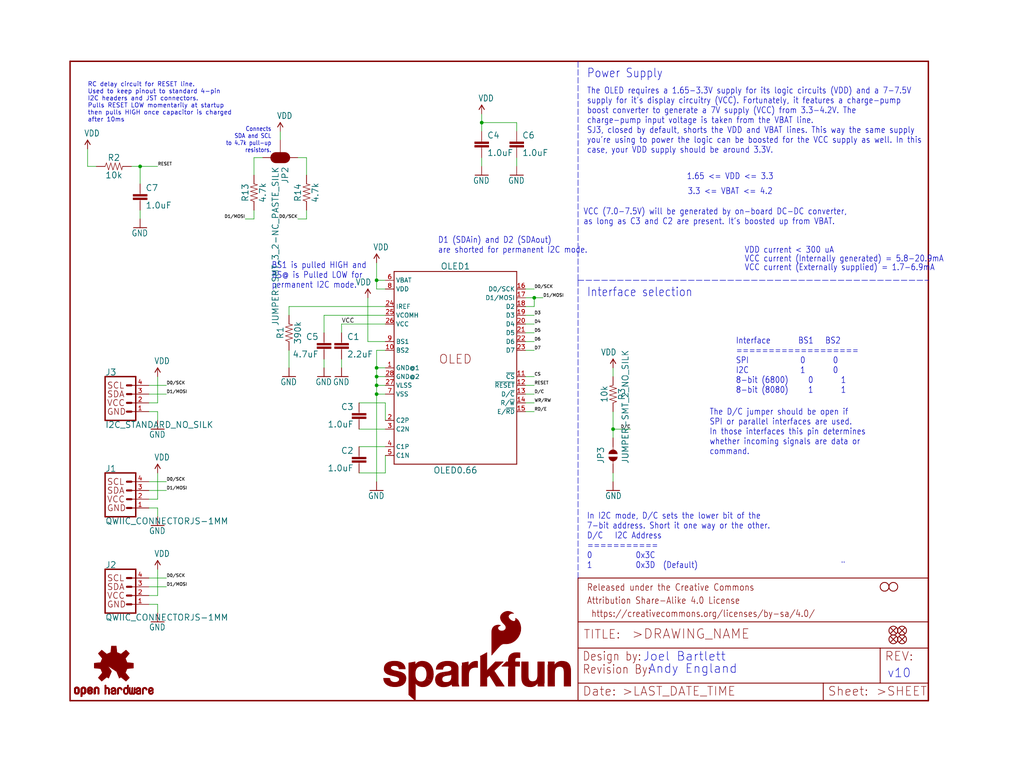
<source format=kicad_sch>
(kicad_sch (version 20211123) (generator eeschema)
  (paper "User" 297.002 223.926)
  (lib_symbols
    (symbol "eagleSchem-eagle-import:1.0UF-0603-16V-10%"
      (property "Reference" "C" (at 1.524 2.921 0))
      (property "Value" "1.0UF-0603-16V-10%" (at 1.524 -2.159 0))
      (symbol "1.0UF-0603-16V-10%_1_0"
        (pin passive line (at 0 5.08 270) (length 2.54) (name "1") (number "1"))
        (pin passive line (at 0 -2.54 90) (length 2.54) (name "2") (number "2"))
      )
    )
    (symbol "eagleSchem-eagle-import:1.0UF-0805-25V-10%"
      (property "Reference" "C" (at 1.524 2.921 0))
      (property "Value" "1.0UF-0805-25V-10%" (at 1.524 -2.159 0))
      (symbol "1.0UF-0805-25V-10%_1_0"
        (pin passive line (at 0 5.08 270) (length 2.54) (name "1") (number "1"))
        (pin passive line (at 0 -2.54 90) (length 2.54) (name "2") (number "2"))
      )
    )
    (symbol "eagleSchem-eagle-import:10KOHM-0603-1{slash}10W-1%"
      (property "Reference" "R" (at 0 1.524 0))
      (property "Value" "10KOHM-0603-1{slash}10W-1%" (at 0 -1.524 0))
      (symbol "10KOHM-0603-1{slash}10W-1%_1_0"
        (pin passive line (at -5.08 0 0) (length 2.54) (name "1") (number "1"))
        (pin passive line (at 5.08 0 180) (length 2.54) (name "2") (number "2"))
      )
    )
    (symbol "eagleSchem-eagle-import:2.2UF-0805-25V-(+80{slash}-20%)"
      (property "Reference" "C" (at 1.524 2.921 0))
      (property "Value" "2.2UF-0805-25V-(+80{slash}-20%)" (at 1.524 -2.159 0))
      (symbol "2.2UF-0805-25V-(+80{slash}-20%)_1_0"
        (pin passive line (at 0 5.08 270) (length 2.54) (name "1") (number "1"))
        (pin passive line (at 0 -2.54 90) (length 2.54) (name "2") (number "2"))
      )
    )
    (symbol "eagleSchem-eagle-import:390KOHM-0603-1{slash}10W-1%"
      (property "Reference" "R" (at 0 1.524 0))
      (property "Value" "390KOHM-0603-1{slash}10W-1%" (at 0 -1.524 0))
      (symbol "390KOHM-0603-1{slash}10W-1%_1_0"
        (pin passive line (at -5.08 0 0) (length 2.54) (name "1") (number "1"))
        (pin passive line (at 5.08 0 180) (length 2.54) (name "2") (number "2"))
      )
    )
    (symbol "eagleSchem-eagle-import:4.7KOHM-0603-1{slash}10W-1%"
      (property "Reference" "R" (at 0 1.524 0))
      (property "Value" "4.7KOHM-0603-1{slash}10W-1%" (at 0 -1.524 0))
      (symbol "4.7KOHM-0603-1{slash}10W-1%_1_0"
        (pin passive line (at -5.08 0 0) (length 2.54) (name "1") (number "1"))
        (pin passive line (at 5.08 0 180) (length 2.54) (name "2") (number "2"))
      )
    )
    (symbol "eagleSchem-eagle-import:4.7UF-1206-16V-(+80{slash}-20%)"
      (property "Reference" "C" (at 1.524 2.921 0))
      (property "Value" "4.7UF-1206-16V-(+80{slash}-20%)" (at 1.524 -2.159 0))
      (symbol "4.7UF-1206-16V-(+80{slash}-20%)_1_0"
        (pin passive line (at 0 5.08 270) (length 2.54) (name "1") (number "1"))
        (pin passive line (at 0 -2.54 90) (length 2.54) (name "2") (number "2"))
      )
    )
    (symbol "eagleSchem-eagle-import:FIDUCIAL1X2")
    (symbol "eagleSchem-eagle-import:FRAME-LETTER"
      (symbol "FRAME-LETTER_2_0"
        (text " https://creativecommons.org/licenses/by-sa/4.0/" (at 2.54 24.13 0) (effects (font (size 1.9304 1.6408)) (justify left bottom)))
        (text ">DRAWING_NAME" (at 15.494 17.78 0) (effects (font (size 2.7432 2.7432)) (justify left bottom)))
        (text ">LAST_DATE_TIME" (at 12.7 1.27 0) (effects (font (size 2.54 2.54)) (justify left bottom)))
        (text ">SHEET" (at 86.36 1.27 0) (effects (font (size 2.54 2.54)) (justify left bottom)))
        (text "Attribution Share-Alike 4.0 License" (at 2.54 27.94 0) (effects (font (size 1.9304 1.6408)) (justify left bottom)))
        (text "Date:" (at 1.27 1.27 0) (effects (font (size 2.54 2.54)) (justify left bottom)))
        (text "Design by:" (at 1.27 11.43 0) (effects (font (size 2.54 2.159)) (justify left bottom)))
        (text "Released under the Creative Commons" (at 2.54 31.75 0) (effects (font (size 1.9304 1.6408)) (justify left bottom)))
        (text "REV:" (at 88.9 11.43 0) (effects (font (size 2.54 2.54)) (justify left bottom)))
        (text "Sheet:" (at 72.39 1.27 0) (effects (font (size 2.54 2.54)) (justify left bottom)))
        (text "TITLE:" (at 1.524 17.78 0) (effects (font (size 2.54 2.54)) (justify left bottom)))
      )
    )
    (symbol "eagleSchem-eagle-import:GND" (power)
      (property "Value" "GND" (at -2.54 -2.54 0))
      (symbol "GND_1_0"
        (pin power_in line (at 0 2.54 270) (length 2.54) (name "GND") (number "1"))
      )
    )
    (symbol "eagleSchem-eagle-import:I2C_STANDARD_NO_SILK"
      (property "Reference" "J" (at -5.08 7.874 0))
      (property "Value" "I2C_STANDARD_NO_SILK" (at -5.08 -5.334 0))
      (symbol "I2C_STANDARD_NO_SILK_1_0"
        (text "GND" (at -4.572 -2.54 0) (effects (font (size 1.778 1.778)) (justify left)))
        (text "SCL" (at -4.572 5.08 0) (effects (font (size 1.778 1.778)) (justify left)))
        (text "SDA" (at -4.572 2.54 0) (effects (font (size 1.778 1.778)) (justify left)))
        (text "VCC" (at -4.572 0 0) (effects (font (size 1.778 1.778)) (justify left)))
        (pin power_in line (at 7.62 -2.54 180) (length 5.08) (name "GND") (number "1"))
        (pin power_in line (at 7.62 0 180) (length 5.08) (name "VCC") (number "2"))
        (pin passive line (at 7.62 2.54 180) (length 5.08) (name "SDA") (number "3"))
        (pin passive line (at 7.62 5.08 180) (length 5.08) (name "SCL") (number "4"))
      )
    )
    (symbol "eagleSchem-eagle-import:JUMPER-SMT_2_NO_SILK"
      (property "Reference" "JP" (at -2.54 2.54 0))
      (property "Value" "JUMPER-SMT_2_NO_SILK" (at -2.54 -2.54 0))
      (symbol "JUMPER-SMT_2_NO_SILK_1_0"
        (pin passive line (at -5.08 0 0) (length 2.54) (name "1") (number "1"))
        (pin passive line (at 5.08 0 180) (length 2.54) (name "2") (number "2"))
      )
    )
    (symbol "eagleSchem-eagle-import:JUMPER-SMT_3_2-NC_PASTE_SILK"
      (property "Reference" "JP" (at 2.54 0.381 0))
      (property "Value" "JUMPER-SMT_3_2-NC_PASTE_SILK" (at 2.54 -0.381 0))
      (symbol "JUMPER-SMT_3_2-NC_PASTE_SILK_1_0"
        (pin passive line (at 0 5.08 270) (length 2.54) (name "1") (number "1"))
        (pin passive line (at -5.08 0 0) (length 2.54) (name "2") (number "2"))
        (pin passive line (at 0 -5.08 90) (length 2.54) (name "3") (number "3"))
      )
    )
    (symbol "eagleSchem-eagle-import:OLED0.66"
      (property "Reference" "OLED" (at 0 25.908 0))
      (property "Value" "OLED0.66" (at 0 -31.242 0))
      (symbol "OLED0.66_1_0"
        (text "OLED" (at 0 0 0) (effects (font (size 2.54 2.54))))
        (pin bidirectional line (at -20.32 -2.54 0) (length 2.54) (name "GND@1") (number "1"))
        (pin bidirectional line (at -20.32 2.54 0) (length 2.54) (name "BS2") (number "10"))
        (pin bidirectional line (at 20.32 -5.08 180) (length 2.54) (name "~{CS}") (number "11"))
        (pin bidirectional line (at 20.32 -7.62 180) (length 2.54) (name "~{RESET}") (number "12"))
        (pin bidirectional line (at 20.32 -10.16 180) (length 2.54) (name "D/~{C}") (number "13"))
        (pin bidirectional line (at 20.32 -12.7 180) (length 2.54) (name "R/~{W}") (number "14"))
        (pin bidirectional line (at 20.32 -15.24 180) (length 2.54) (name "E/~{RD}") (number "15"))
        (pin bidirectional line (at 20.32 20.32 180) (length 2.54) (name "D0/SCK") (number "16"))
        (pin bidirectional line (at 20.32 17.78 180) (length 2.54) (name "D1/MOSI") (number "17"))
        (pin bidirectional line (at 20.32 15.24 180) (length 2.54) (name "D2") (number "18"))
        (pin bidirectional line (at 20.32 12.7 180) (length 2.54) (name "D3") (number "19"))
        (pin bidirectional line (at -20.32 -17.78 0) (length 2.54) (name "C2P") (number "2"))
        (pin bidirectional line (at 20.32 10.16 180) (length 2.54) (name "D4") (number "20"))
        (pin bidirectional line (at 20.32 7.62 180) (length 2.54) (name "D5") (number "21"))
        (pin bidirectional line (at 20.32 5.08 180) (length 2.54) (name "D6") (number "22"))
        (pin bidirectional line (at 20.32 2.54 180) (length 2.54) (name "D7") (number "23"))
        (pin bidirectional line (at -20.32 15.24 0) (length 2.54) (name "IREF") (number "24"))
        (pin bidirectional line (at -20.32 12.7 0) (length 2.54) (name "VCOMH") (number "25"))
        (pin bidirectional line (at -20.32 10.16 0) (length 2.54) (name "VCC") (number "26"))
        (pin bidirectional line (at -20.32 -7.62 0) (length 2.54) (name "VLSS") (number "27"))
        (pin bidirectional line (at -20.32 -5.08 0) (length 2.54) (name "GND@2") (number "28"))
        (pin bidirectional line (at -20.32 -20.32 0) (length 2.54) (name "C2N") (number "3"))
        (pin bidirectional line (at -20.32 -25.4 0) (length 2.54) (name "C1P") (number "4"))
        (pin bidirectional line (at -20.32 -27.94 0) (length 2.54) (name "C1N") (number "5"))
        (pin bidirectional line (at -20.32 22.86 0) (length 2.54) (name "VBAT") (number "6"))
        (pin bidirectional line (at -20.32 -10.16 0) (length 2.54) (name "VSS") (number "7"))
        (pin bidirectional line (at -20.32 20.32 0) (length 2.54) (name "VDD") (number "8"))
        (pin bidirectional line (at -20.32 5.08 0) (length 2.54) (name "BS1") (number "9"))
      )
    )
    (symbol "eagleSchem-eagle-import:OSHW-LOGOS")
    (symbol "eagleSchem-eagle-import:QWIIC_CONNECTORJS-1MM"
      (property "Reference" "J" (at -5.08 7.874 0))
      (property "Value" "QWIIC_CONNECTORJS-1MM" (at -5.08 -5.334 0))
      (symbol "QWIIC_CONNECTORJS-1MM_1_0"
        (text "GND" (at -4.572 -2.54 0) (effects (font (size 1.778 1.778)) (justify left)))
        (text "SCL" (at -4.572 5.08 0) (effects (font (size 1.778 1.778)) (justify left)))
        (text "SDA" (at -4.572 2.54 0) (effects (font (size 1.778 1.778)) (justify left)))
        (text "VCC" (at -4.572 0 0) (effects (font (size 1.778 1.778)) (justify left)))
        (pin power_in line (at 7.62 -2.54 180) (length 5.08) (name "1") (number "1"))
        (pin power_in line (at 7.62 0 180) (length 5.08) (name "2") (number "2"))
        (pin passive line (at 7.62 2.54 180) (length 5.08) (name "3") (number "3"))
        (pin passive line (at 7.62 5.08 180) (length 5.08) (name "4") (number "4"))
      )
    )
    (symbol "eagleSchem-eagle-import:REVISION"
      (symbol "REVISION_1_0"
        (text "Revision By: " (at 0 0 0) (effects (font (size 2.54 2.159)) (justify left bottom)))
      )
    )
    (symbol "eagleSchem-eagle-import:SFE_LOGO_FLAME.1_INCH")
    (symbol "eagleSchem-eagle-import:SFE_LOGO_NAME.1_INCH")
    (symbol "eagleSchem-eagle-import:STAND-OFF")
    (symbol "eagleSchem-eagle-import:VDD" (power)
      (property "Value" "VDD" (at -1.016 3.556 0))
      (symbol "VDD_1_0"
        (pin power_in line (at 0 0 90) (length 2.54) (name "VDD") (number "1"))
      )
    )
  )
  (junction (at 109.22 114.3))
  (junction (at 109.22 106.68))
  (junction (at 109.22 81.28))
  (junction (at 154.94 86.36))
  (junction (at 139.7 35.56))
  (junction (at 177.8 124.46))
  (junction (at 109.22 109.22))
  (junction (at 40.64 48.26))
  (junction (at 109.22 111.76))
  (wire (pts (xy 43.18 172.72) (xy 45.72 172.72)))
  (wire (pts (xy 152.4 111.76) (xy 154.94 111.76)))
  (wire (pts (xy 43.18 144.78) (xy 45.72 144.78)))
  (wire (pts (xy 109.22 109.22) (xy 109.22 111.76)))
  (wire (pts (xy 111.76 109.22) (xy 109.22 109.22)))
  (wire (pts (xy 43.18 111.76) (xy 48.26 111.76)))
  (wire (pts (xy 88.9 60.96) (xy 88.9 63.5)))
  (wire (pts (xy 149.86 35.56) (xy 139.7 35.56)))
  (wire (pts (xy 139.7 48.26) (xy 139.7 45.72)))
  (wire (pts (xy 152.4 96.52) (xy 154.94 96.52)))
  (wire (pts (xy 109.22 106.68) (xy 109.22 101.6)))
  (wire (pts (xy 109.22 111.76) (xy 109.22 114.3)))
  (wire (pts (xy 40.64 48.26) (xy 40.64 53.34)))
  (wire (pts (xy 152.4 86.36) (xy 154.94 86.36)))
  (wire (pts (xy 152.4 114.3) (xy 154.94 114.3)))
  (wire (pts (xy 45.72 119.38) (xy 45.72 121.92)))
  (wire (pts (xy 109.22 106.68) (xy 109.22 109.22)))
  (wire (pts (xy 99.06 106.68) (xy 99.06 104.14)))
  (wire (pts (xy 83.82 106.68) (xy 83.82 101.6)))
  (wire (pts (xy 45.72 116.84) (xy 45.72 109.22)))
  (wire (pts (xy 111.76 81.28) (xy 109.22 81.28)))
  (wire (pts (xy 40.64 63.5) (xy 40.64 60.96)))
  (wire (pts (xy 88.9 45.72) (xy 86.36 45.72)))
  (wire (pts (xy 109.22 101.6) (xy 111.76 101.6)))
  (wire (pts (xy 43.18 175.26) (xy 45.72 175.26)))
  (wire (pts (xy 177.8 106.68) (xy 177.8 109.22)))
  (wire (pts (xy 152.4 88.9) (xy 154.94 88.9)))
  (wire (pts (xy 111.76 124.46) (xy 104.14 124.46)))
  (wire (pts (xy 45.72 144.78) (xy 45.72 137.16)))
  (wire (pts (xy 152.4 109.22) (xy 154.94 109.22)))
  (wire (pts (xy 25.4 48.26) (xy 27.94 48.26)))
  (wire (pts (xy 152.4 99.06) (xy 154.94 99.06)))
  (wire (pts (xy 109.22 114.3) (xy 109.22 139.7)))
  (wire (pts (xy 109.22 81.28) (xy 109.22 83.82)))
  (wire (pts (xy 43.18 170.18) (xy 48.26 170.18)))
  (wire (pts (xy 88.9 63.5) (xy 86.36 63.5)))
  (wire (pts (xy 111.76 106.68) (xy 109.22 106.68)))
  (wire (pts (xy 38.1 48.26) (xy 40.64 48.26)))
  (wire (pts (xy 81.28 38.1) (xy 81.28 40.64)))
  (wire (pts (xy 139.7 33.02) (xy 139.7 35.56)))
  (wire (pts (xy 83.82 88.9) (xy 83.82 91.44)))
  (wire (pts (xy 177.8 119.38) (xy 177.8 124.46)))
  (wire (pts (xy 45.72 147.32) (xy 45.72 149.86)))
  (wire (pts (xy 43.18 147.32) (xy 45.72 147.32)))
  (wire (pts (xy 177.8 139.7) (xy 177.8 137.16)))
  (wire (pts (xy 154.94 101.6) (xy 152.4 101.6)))
  (wire (pts (xy 149.86 48.26) (xy 149.86 45.72)))
  (wire (pts (xy 109.22 81.28) (xy 109.22 76.2)))
  (wire (pts (xy 152.4 93.98) (xy 154.94 93.98)))
  (wire (pts (xy 45.72 175.26) (xy 45.72 177.8)))
  (wire (pts (xy 25.4 43.18) (xy 25.4 48.26)))
  (wire (pts (xy 111.76 99.06) (xy 106.68 99.06)))
  (wire (pts (xy 177.8 124.46) (xy 177.8 127)))
  (wire (pts (xy 104.14 137.16) (xy 111.76 137.16)))
  (polyline (pts (xy 167.64 167.64) (xy 167.64 81.28)))
  (wire (pts (xy 93.98 106.68) (xy 93.98 104.14)))
  (wire (pts (xy 71.12 63.5) (xy 73.66 63.5)))
  (wire (pts (xy 139.7 35.56) (xy 139.7 38.1)))
  (wire (pts (xy 104.14 116.84) (xy 111.76 116.84)))
  (wire (pts (xy 111.76 114.3) (xy 109.22 114.3)))
  (wire (pts (xy 111.76 91.44) (xy 93.98 91.44)))
  (wire (pts (xy 43.18 167.64) (xy 48.26 167.64)))
  (wire (pts (xy 154.94 86.36) (xy 157.48 86.36)))
  (wire (pts (xy 43.18 139.7) (xy 48.26 139.7)))
  (wire (pts (xy 152.4 83.82) (xy 154.94 83.82)))
  (polyline (pts (xy 167.64 81.28) (xy 167.64 17.78)))
  (wire (pts (xy 154.94 88.9) (xy 154.94 86.36)))
  (wire (pts (xy 73.66 50.8) (xy 73.66 45.72)))
  (wire (pts (xy 111.76 111.76) (xy 109.22 111.76)))
  (wire (pts (xy 152.4 119.38) (xy 154.94 119.38)))
  (wire (pts (xy 111.76 137.16) (xy 111.76 132.08)))
  (wire (pts (xy 149.86 38.1) (xy 149.86 35.56)))
  (wire (pts (xy 43.18 114.3) (xy 48.26 114.3)))
  (wire (pts (xy 109.22 83.82) (xy 111.76 83.82)))
  (wire (pts (xy 73.66 60.96) (xy 73.66 63.5)))
  (wire (pts (xy 93.98 91.44) (xy 93.98 96.52)))
  (wire (pts (xy 152.4 116.84) (xy 154.94 116.84)))
  (wire (pts (xy 99.06 93.98) (xy 99.06 96.52)))
  (wire (pts (xy 111.76 129.54) (xy 104.14 129.54)))
  (wire (pts (xy 45.72 172.72) (xy 45.72 165.1)))
  (wire (pts (xy 182.88 124.46) (xy 177.8 124.46)))
  (wire (pts (xy 73.66 45.72) (xy 76.2 45.72)))
  (polyline (pts (xy 167.64 81.28) (xy 269.24 81.28)))
  (wire (pts (xy 106.68 86.36) (xy 106.68 99.06)))
  (wire (pts (xy 40.64 48.26) (xy 45.72 48.26)))
  (wire (pts (xy 43.18 142.24) (xy 48.26 142.24)))
  (wire (pts (xy 43.18 119.38) (xy 45.72 119.38)))
  (wire (pts (xy 43.18 116.84) (xy 45.72 116.84)))
  (wire (pts (xy 111.76 93.98) (xy 99.06 93.98)))
  (wire (pts (xy 111.76 88.9) (xy 83.82 88.9)))
  (wire (pts (xy 111.76 116.84) (xy 111.76 121.92)))
  (wire (pts (xy 88.9 50.8) (xy 88.9 45.72)))
  (wire (pts (xy 152.4 91.44) (xy 154.94 91.44)))
  (text "Joel Bartlett" (at 186.436 192.024 180) (effects (font (size 2.54 2.54)) (justify left bottom)))
  (text "Connects\nSDA and SCL\nto 4.7k pull-up\nresistors." (at 78.74 40.64 180) (effects (font (size 1.27 1.0795)) (justify right)))
  (text "The D/C jumper should be open if\nSPI or parallel interfaces are used.\nIn those interfaces this pin determines\nwhether incoming signals are data or\ncommand." (at 205.74 132.08 0) (effects (font (size 1.778 1.5113)) (justify left bottom)))
  (text "D1 (SDAin) and D2 (SDAout)\nare shorted for permanent I2C mode." (at 127 73.66 0) (effects (font (size 1.778 1.5113)) (justify left bottom)))
  (text "Interface selection" (at 170.18 86.36 180) (effects (font (size 2.54 2.159)) (justify left bottom)))
  (text "VCC current (Internally generated) = 5.8-20.9mA" (at 215.9 76.2 180) (effects (font (size 1.778 1.5113)) (justify left bottom)))
  (text "\"" (at 243.84 165.1 180) (effects (font (size 1.778 1.5113)) (justify left bottom)))
  (text "RC delay circuit for RESET line.\nUsed to keep pinout to standard 4-pin\nI2C headers and JST connectors.\nPulls RESET LOW momentarily at startup\nthen pulls HIGH once capacitor is charged\nafter 10ms" (at 25.4 35.56 0) (effects (font (size 1.27 1.27)) (justify left bottom)))
  (text "Interface       BS1   BS2\n===================\nSPI             0       0\nI2C             1       0\n8-bit (6800)     0       1\n8-bit (8080)     1       1" (at 213.36 114.3 0) (effects (font (size 1.778 1.5113)) (justify left bottom)))
  (text "VCC (7.0-7.5V) will be generated by on-board DC-DC converter,\nas long as C3 and C2 are present. It's boosted up from VBAT." (at 169.164 60.452 0) (effects (font (size 1.778 1.5113)) (justify left top)))
  (text "BS1 is pulled HIGH and\nBS@ is Pulled LOW for\npermanent I2C mode." (at 78.74 83.82 0) (effects (font (size 1.778 1.5113)) (justify left bottom)))
  (text "3.3 <= VBAT <= 4.2" (at 199.39 56.642 180) (effects (font (size 1.778 1.5113)) (justify left bottom)))
  (text "Andy England" (at 187.96 195.58 180) (effects (font (size 2.54 2.54)) (justify left bottom)))
  (text "1.65 <= VDD <= 3.3" (at 199.136 52.324 180) (effects (font (size 1.778 1.5113)) (justify left bottom)))
  (text "VCC current (Externally supplied) = 1.7-6.9mA" (at 215.9 78.74 180) (effects (font (size 1.778 1.5113)) (justify left bottom)))
  (text "In I2C mode, D/C sets the lower bit of the\n7-bit address. Short it one way or the other.\nD/C   I2C Address\n===========\n0           0x3C\n1           0x3D  (Default)" (at 170.18 165.1 0) (effects (font (size 1.778 1.5113)) (justify left bottom)))
  (text "Power Supply" (at 170.18 22.86 180) (effects (font (size 2.54 2.159)) (justify left bottom)))
  (text "VDD current < 300 uA" (at 215.9 73.66 180) (effects (font (size 1.778 1.5113)) (justify left bottom)))
  (text "v10" (at 257.302 196.85 180) (effects (font (size 2.54 2.54)) (justify left bottom)))
  (text "The OLED requires a 1.65-3.3V supply for its logic circuits (VDD) and a 7-7.5V\nsupply for it's display circuitry (VCC). Fortunately, it features a charge-pump\nboost converter to generate a 7V supply (VCC) from 3.3-4.2V. The\ncharge-pump input voltage is taken from the VBAT line.\nSJ3, closed by default, shorts the VDD and VBAT lines. This way the same supply\nyou're using to power the logic can be boosted for the VCC supply as well. In this\ncase, your VDD supply should be around 3.3V." (at 170.18 25.4 0) (effects (font (size 1.778 1.5113)) (justify left top)))
  (label "CS" (at 154.94 109.22 0) (effects (font (size 0.889 0.889))))
  (label "RESET" (at 45.72 48.26 0) (effects (font (size 0.889 0.889))))
  (label "D1/MOSI" (at 48.26 114.3 0) (effects (font (size 0.889 0.889))))
  (label "D1/MOSI" (at 48.26 142.24 0) (effects (font (size 0.889 0.889))))
  (label "D6" (at 154.94 99.06 0) (effects (font (size 0.889 0.889))))
  (label "WR/RW" (at 154.94 116.84 0) (effects (font (size 0.889 0.889))))
  (label "D1/MOSI" (at 157.48 86.36 0) (effects (font (size 0.889 0.889))))
  (label "D0/SCK" (at 48.26 139.7 0) (effects (font (size 0.889 0.889))))
  (label "D5" (at 154.94 96.52 0) (effects (font (size 0.889 0.889))))
  (label "D/C" (at 154.94 114.3 0) (effects (font (size 0.889 0.889))))
  (label "D/C" (at 182.88 124.46 180) (effects (font (size 0.889 0.889))))
  (label "RD/E" (at 154.94 119.38 0) (effects (font (size 0.889 0.889))))
  (label "D1/MOSI" (at 48.26 170.18 0) (effects (font (size 0.889 0.889))))
  (label "D4" (at 154.94 93.98 0) (effects (font (size 0.889 0.889))))
  (label "D0/SCK" (at 48.26 111.76 0) (effects (font (size 0.889 0.889))))
  (label "D0/SCK" (at 48.26 167.64 0) (effects (font (size 0.889 0.889))))
  (label "D7" (at 154.94 101.6 0) (effects (font (size 0.889 0.889))))
  (label "D1/MOSI" (at 71.12 63.5 180) (effects (font (size 0.889 0.889))))
  (label "D3" (at 154.94 91.44 0) (effects (font (size 0.889 0.889))))
  (label "RESET" (at 154.94 111.76 0) (effects (font (size 0.889 0.889))))
  (label "D0/SCK" (at 154.94 83.82 0) (effects (font (size 0.889 0.889))))
  (label "D0/SCK" (at 86.36 63.5 180) (effects (font (size 0.889 0.889))))
  (label "VCC" (at 99.06 93.98 0) (effects (font (size 1.2446 1.2446))))
  (symbol (lib_id "eagleSchem-eagle-import:GND") (at 45.72 152.4 0) (unit 1)
    (property "Reference" "#GND10" (effects hide))
    (property "Value" "GND" (at 43.18 154.94 0) (effects (font (size 1.778 1.5113)) (justify left bottom)))
    (property "Footprint" "eagleSchem:" (effects hide))
  )
  (symbol (lib_id "eagleSchem-eagle-import:4.7KOHM-0603-1{slash}10W-1%") (at 88.9 55.88 90) (unit 1)
    (property "Reference" "R14" (at 87.376 55.88 0) (effects (font (size 1.778 1.778)) (justify bottom)))
    (property "Value" "4.7k" (at 90.424 55.88 0) (effects (font (size 1.778 1.778)) (justify top)))
    (property "Footprint" "eagleSchem:0603" (effects hide))
  )
  (symbol (lib_id "eagleSchem-eagle-import:VDD") (at 81.28 38.1 0) (unit 1)
    (property "Reference" "#SUPPLY2" (effects hide))
    (property "Value" "VDD" (at 80.264 34.544 0) (effects (font (size 1.778 1.5113)) (justify left bottom)))
    (property "Footprint" "eagleSchem:" (effects hide))
  )
  (symbol (lib_id "eagleSchem-eagle-import:FRAME-LETTER") (at 20.32 203.2 0) (unit 1)
    (property "Reference" "FRAME1" (effects hide))
    (property "Value" "FRAME-LETTER" (effects hide))
    (property "Footprint" "eagleSchem:CREATIVE_COMMONS" (effects hide))
  )
  (symbol (lib_id "eagleSchem-eagle-import:VDD") (at 139.7 33.02 0) (unit 1)
    (property "Reference" "#SUPPLY3" (effects hide))
    (property "Value" "VDD" (at 138.684 29.464 0) (effects (font (size 1.778 1.5113)) (justify left bottom)))
    (property "Footprint" "eagleSchem:" (effects hide))
  )
  (symbol (lib_id "eagleSchem-eagle-import:I2C_STANDARD_NO_SILK") (at 35.56 116.84 0) (unit 1)
    (property "Reference" "J3" (at 30.48 108.966 0) (effects (font (size 1.778 1.778)) (justify left bottom)))
    (property "Value" "I2C_STANDARD_NO_SILK" (at 30.48 122.174 0) (effects (font (size 1.778 1.778)) (justify left top)))
    (property "Footprint" "eagleSchem:1X04_NO_SILK" (effects hide))
  )
  (symbol (lib_id "eagleSchem-eagle-import:JUMPER-SMT_3_2-NC_PASTE_SILK") (at 81.28 45.72 270) (unit 1)
    (property "Reference" "JP2" (at 81.661 48.26 0) (effects (font (size 1.778 1.778)) (justify left bottom)))
    (property "Value" "JUMPER-SMT_3_2-NC_PASTE_SILK" (at 80.899 48.26 0) (effects (font (size 1.778 1.778)) (justify left top)))
    (property "Footprint" "eagleSchem:SMT-JUMPER_3_2-NC_PASTE_SILK" (effects hide))
  )
  (symbol (lib_id "eagleSchem-eagle-import:FIDUCIAL1X2") (at 259.08 182.88 0) (unit 1)
    (property "Reference" "FID1" (effects hide))
    (property "Value" "FIDUCIAL1X2" (effects hide))
    (property "Footprint" "eagleSchem:FIDUCIAL-1X2" (effects hide))
  )
  (symbol (lib_id "eagleSchem-eagle-import:GND") (at 45.72 180.34 0) (unit 1)
    (property "Reference" "#GND12" (effects hide))
    (property "Value" "GND" (at 43.18 182.88 0) (effects (font (size 1.778 1.5113)) (justify left bottom)))
    (property "Footprint" "eagleSchem:" (effects hide))
  )
  (symbol (lib_id "eagleSchem-eagle-import:10KOHM-0603-1{slash}10W-1%") (at 177.8 114.3 270) (mirror x) (unit 1)
    (property "Reference" "R3" (at 179.324 114.3 0) (effects (font (size 1.778 1.778)) (justify bottom)))
    (property "Value" "10k" (at 176.276 114.3 0) (effects (font (size 1.778 1.778)) (justify top)))
    (property "Footprint" "eagleSchem:0603" (effects hide))
  )
  (symbol (lib_id "eagleSchem-eagle-import:4.7KOHM-0603-1{slash}10W-1%") (at 73.66 55.88 90) (unit 1)
    (property "Reference" "R13" (at 72.136 55.88 0) (effects (font (size 1.778 1.778)) (justify bottom)))
    (property "Value" "4.7k" (at 75.184 55.88 0) (effects (font (size 1.778 1.778)) (justify top)))
    (property "Footprint" "eagleSchem:0603" (effects hide))
  )
  (symbol (lib_id "eagleSchem-eagle-import:GND") (at 139.7 50.8 0) (unit 1)
    (property "Reference" "#GND5" (effects hide))
    (property "Value" "GND" (at 137.16 53.34 0) (effects (font (size 1.778 1.5113)) (justify left bottom)))
    (property "Footprint" "eagleSchem:" (effects hide))
  )
  (symbol (lib_id "eagleSchem-eagle-import:1.0UF-0603-16V-10%") (at 40.64 58.42 0) (unit 1)
    (property "Reference" "C7" (at 42.164 55.499 0) (effects (font (size 1.778 1.778)) (justify left bottom)))
    (property "Value" "1.0uF" (at 42.164 60.579 0) (effects (font (size 1.778 1.778)) (justify left bottom)))
    (property "Footprint" "eagleSchem:0603" (effects hide))
  )
  (symbol (lib_id "eagleSchem-eagle-import:1.0UF-0805-25V-10%") (at 104.14 121.92 0) (mirror y) (unit 1)
    (property "Reference" "C3" (at 102.616 118.999 0) (effects (font (size 1.778 1.778)) (justify left bottom)))
    (property "Value" "1.0uF" (at 102.616 124.079 0) (effects (font (size 1.778 1.778)) (justify left bottom)))
    (property "Footprint" "eagleSchem:0805" (effects hide))
  )
  (symbol (lib_id "eagleSchem-eagle-import:1.0UF-0603-16V-10%") (at 149.86 43.18 0) (unit 1)
    (property "Reference" "C6" (at 151.384 40.259 0) (effects (font (size 1.778 1.778)) (justify left bottom)))
    (property "Value" "1.0uF" (at 151.384 45.339 0) (effects (font (size 1.778 1.778)) (justify left bottom)))
    (property "Footprint" "eagleSchem:0603" (effects hide))
  )
  (symbol (lib_id "eagleSchem-eagle-import:2.2UF-0805-25V-(+80{slash}-20%)") (at 99.06 101.6 0) (unit 1)
    (property "Reference" "C1" (at 100.584 98.679 0) (effects (font (size 1.778 1.778)) (justify left bottom)))
    (property "Value" "2.2uF" (at 100.584 103.759 0) (effects (font (size 1.778 1.778)) (justify left bottom)))
    (property "Footprint" "eagleSchem:0805" (effects hide))
  )
  (symbol (lib_id "eagleSchem-eagle-import:GND") (at 149.86 50.8 0) (unit 1)
    (property "Reference" "#GND6" (effects hide))
    (property "Value" "GND" (at 147.32 53.34 0) (effects (font (size 1.778 1.5113)) (justify left bottom)))
    (property "Footprint" "eagleSchem:" (effects hide))
  )
  (symbol (lib_id "eagleSchem-eagle-import:VDD") (at 106.68 86.36 0) (mirror y) (unit 1)
    (property "Reference" "#SUPPLY9" (effects hide))
    (property "Value" "VDD" (at 107.696 82.804 0) (effects (font (size 1.778 1.5113)) (justify left bottom)))
    (property "Footprint" "eagleSchem:" (effects hide))
  )
  (symbol (lib_id "eagleSchem-eagle-import:FIDUCIAL1X2") (at 259.08 185.42 0) (unit 1)
    (property "Reference" "FID2" (effects hide))
    (property "Value" "FIDUCIAL1X2" (effects hide))
    (property "Footprint" "eagleSchem:FIDUCIAL-1X2" (effects hide))
  )
  (symbol (lib_id "eagleSchem-eagle-import:SFE_LOGO_NAME.1_INCH") (at 109.22 203.2 0) (unit 1)
    (property "Reference" "LOGO4" (effects hide))
    (property "Value" "SFE_LOGO_NAME.1_INCH" (effects hide))
    (property "Footprint" "eagleSchem:SFE_LOGO_NAME_.1" (effects hide))
  )
  (symbol (lib_id "eagleSchem-eagle-import:GND") (at 177.8 142.24 0) (mirror y) (unit 1)
    (property "Reference" "#GND22" (effects hide))
    (property "Value" "GND" (at 180.34 144.78 0) (effects (font (size 1.778 1.5113)) (justify left bottom)))
    (property "Footprint" "eagleSchem:" (effects hide))
  )
  (symbol (lib_id "eagleSchem-eagle-import:1.0UF-0805-25V-10%") (at 104.14 134.62 0) (mirror y) (unit 1)
    (property "Reference" "C2" (at 102.616 131.699 0) (effects (font (size 1.778 1.778)) (justify left bottom)))
    (property "Value" "1.0uF" (at 102.616 136.779 0) (effects (font (size 1.778 1.778)) (justify left bottom)))
    (property "Footprint" "eagleSchem:0805" (effects hide))
  )
  (symbol (lib_id "eagleSchem-eagle-import:VDD") (at 45.72 109.22 0) (unit 1)
    (property "Reference" "#SUPPLY7" (effects hide))
    (property "Value" "VDD" (at 44.704 105.664 0) (effects (font (size 1.778 1.5113)) (justify left bottom)))
    (property "Footprint" "eagleSchem:" (effects hide))
  )
  (symbol (lib_id "eagleSchem-eagle-import:1.0UF-0603-16V-10%") (at 139.7 43.18 0) (unit 1)
    (property "Reference" "C4" (at 141.224 40.259 0) (effects (font (size 1.778 1.778)) (justify left bottom)))
    (property "Value" "1.0uF" (at 141.224 45.339 0) (effects (font (size 1.778 1.778)) (justify left bottom)))
    (property "Footprint" "eagleSchem:0603" (effects hide))
  )
  (symbol (lib_id "eagleSchem-eagle-import:VDD") (at 45.72 137.16 0) (unit 1)
    (property "Reference" "#SUPPLY5" (effects hide))
    (property "Value" "VDD" (at 44.704 133.604 0) (effects (font (size 1.778 1.5113)) (justify left bottom)))
    (property "Footprint" "eagleSchem:" (effects hide))
  )
  (symbol (lib_id "eagleSchem-eagle-import:GND") (at 93.98 109.22 0) (unit 1)
    (property "Reference" "#GND3" (effects hide))
    (property "Value" "GND" (at 91.44 111.76 0) (effects (font (size 1.778 1.5113)) (justify left bottom)))
    (property "Footprint" "eagleSchem:" (effects hide))
  )
  (symbol (lib_id "eagleSchem-eagle-import:VDD") (at 177.8 106.68 0) (mirror y) (unit 1)
    (property "Reference" "#SUPPLY8" (effects hide))
    (property "Value" "VDD" (at 178.816 103.124 0) (effects (font (size 1.778 1.5113)) (justify left bottom)))
    (property "Footprint" "eagleSchem:" (effects hide))
  )
  (symbol (lib_id "eagleSchem-eagle-import:GND") (at 83.82 109.22 0) (unit 1)
    (property "Reference" "#GND4" (effects hide))
    (property "Value" "GND" (at 81.28 111.76 0) (effects (font (size 1.778 1.5113)) (justify left bottom)))
    (property "Footprint" "eagleSchem:" (effects hide))
  )
  (symbol (lib_id "eagleSchem-eagle-import:FIDUCIAL1X2") (at 261.62 182.88 0) (unit 1)
    (property "Reference" "FID3" (effects hide))
    (property "Value" "FIDUCIAL1X2" (effects hide))
    (property "Footprint" "eagleSchem:FIDUCIAL-1X2" (effects hide))
  )
  (symbol (lib_id "eagleSchem-eagle-import:4.7UF-1206-16V-(+80{slash}-20%)") (at 93.98 101.6 0) (mirror y) (unit 1)
    (property "Reference" "C5" (at 92.456 98.679 0) (effects (font (size 1.778 1.778)) (justify left bottom)))
    (property "Value" "4.7uF" (at 92.456 103.759 0) (effects (font (size 1.778 1.778)) (justify left bottom)))
    (property "Footprint" "eagleSchem:1206" (effects hide))
  )
  (symbol (lib_id "eagleSchem-eagle-import:GND") (at 45.72 124.46 0) (unit 1)
    (property "Reference" "#GND13" (effects hide))
    (property "Value" "GND" (at 43.18 127 0) (effects (font (size 1.778 1.5113)) (justify left bottom)))
    (property "Footprint" "eagleSchem:" (effects hide))
  )
  (symbol (lib_id "eagleSchem-eagle-import:FRAME-LETTER") (at 167.64 203.2 0) (unit 2)
    (property "Reference" "FRAME1" (effects hide))
    (property "Value" "FRAME-LETTER" (effects hide))
    (property "Footprint" "eagleSchem:CREATIVE_COMMONS" (effects hide))
  )
  (symbol (lib_id "eagleSchem-eagle-import:FIDUCIAL1X2") (at 261.62 185.42 0) (unit 1)
    (property "Reference" "FID4" (effects hide))
    (property "Value" "FIDUCIAL1X2" (effects hide))
    (property "Footprint" "eagleSchem:FIDUCIAL-1X2" (effects hide))
  )
  (symbol (lib_id "eagleSchem-eagle-import:REVISION") (at 168.91 195.58 0) (unit 1)
    (property "Reference" "LOGO1" (effects hide))
    (property "Value" "REVISION" (effects hide))
    (property "Footprint" "eagleSchem:REVISION" (effects hide))
  )
  (symbol (lib_id "eagleSchem-eagle-import:VDD") (at 25.4 43.18 0) (unit 1)
    (property "Reference" "#SUPPLY4" (effects hide))
    (property "Value" "VDD" (at 24.384 39.624 0) (effects (font (size 1.778 1.5113)) (justify left bottom)))
    (property "Footprint" "eagleSchem:" (effects hide))
  )
  (symbol (lib_id "eagleSchem-eagle-import:SFE_LOGO_FLAME.1_INCH") (at 142.24 190.5 0) (unit 1)
    (property "Reference" "LOGO2" (effects hide))
    (property "Value" "SFE_LOGO_FLAME.1_INCH" (effects hide))
    (property "Footprint" "eagleSchem:SFE_LOGO_FLAME_.1" (effects hide))
  )
  (symbol (lib_id "eagleSchem-eagle-import:GND") (at 40.64 66.04 0) (unit 1)
    (property "Reference" "#GND7" (effects hide))
    (property "Value" "GND" (at 38.1 68.58 0) (effects (font (size 1.778 1.5113)) (justify left bottom)))
    (property "Footprint" "eagleSchem:" (effects hide))
  )
  (symbol (lib_id "eagleSchem-eagle-import:GND") (at 99.06 109.22 0) (unit 1)
    (property "Reference" "#GND2" (effects hide))
    (property "Value" "GND" (at 96.52 111.76 0) (effects (font (size 1.778 1.5113)) (justify left bottom)))
    (property "Footprint" "eagleSchem:" (effects hide))
  )
  (symbol (lib_id "eagleSchem-eagle-import:GND") (at 109.22 142.24 0) (unit 1)
    (property "Reference" "#GND1" (effects hide))
    (property "Value" "GND" (at 106.68 144.78 0) (effects (font (size 1.778 1.5113)) (justify left bottom)))
    (property "Footprint" "eagleSchem:" (effects hide))
  )
  (symbol (lib_id "eagleSchem-eagle-import:OLED0.66") (at 132.08 104.14 0) (unit 1)
    (property "Reference" "OLED1" (at 132.08 78.232 0) (effects (font (size 1.778 1.778)) (justify bottom)))
    (property "Value" "OLED0.66" (at 132.08 135.382 0) (effects (font (size 1.778 1.778)) (justify top)))
    (property "Footprint" "eagleSchem:OLED-0.66-64X48" (effects hide))
  )
  (symbol (lib_id "eagleSchem-eagle-import:STAND-OFF") (at 259.08 170.18 0) (unit 1)
    (property "Reference" "H2" (effects hide))
    (property "Value" "STAND-OFF" (effects hide))
    (property "Footprint" "eagleSchem:STAND-OFF" (effects hide))
  )
  (symbol (lib_id "eagleSchem-eagle-import:STAND-OFF") (at 256.54 170.18 0) (unit 1)
    (property "Reference" "H1" (effects hide))
    (property "Value" "STAND-OFF" (effects hide))
    (property "Footprint" "eagleSchem:STAND-OFF" (effects hide))
  )
  (symbol (lib_id "eagleSchem-eagle-import:390KOHM-0603-1{slash}10W-1%") (at 83.82 96.52 90) (unit 1)
    (property "Reference" "R1" (at 82.296 96.52 0) (effects (font (size 1.778 1.778)) (justify bottom)))
    (property "Value" "390k" (at 85.344 96.52 0) (effects (font (size 1.778 1.778)) (justify top)))
    (property "Footprint" "eagleSchem:0603" (effects hide))
  )
  (symbol (lib_id "eagleSchem-eagle-import:JUMPER-SMT_2_NO_SILK") (at 177.8 132.08 90) (unit 1)
    (property "Reference" "JP3" (at 175.26 134.62 0) (effects (font (size 1.778 1.778)) (justify left bottom)))
    (property "Value" "JUMPER-SMT_2_NO_SILK" (at 180.34 134.62 0) (effects (font (size 1.778 1.778)) (justify left top)))
    (property "Footprint" "eagleSchem:SMT-JUMPER_2_NO_SILK" (effects hide))
  )
  (symbol (lib_id "eagleSchem-eagle-import:QWIIC_CONNECTORJS-1MM") (at 35.56 144.78 0) (unit 1)
    (property "Reference" "J1" (at 30.48 136.906 0) (effects (font (size 1.778 1.778)) (justify left bottom)))
    (property "Value" "QWIIC_CONNECTORJS-1MM" (at 30.48 150.114 0) (effects (font (size 1.778 1.778)) (justify left top)))
    (property "Footprint" "eagleSchem:1X04_1MM_RA" (effects hide))
  )
  (symbol (lib_id "eagleSchem-eagle-import:OSHW-LOGOS") (at 33.02 193.04 0) (unit 1)
    (property "Reference" "LOGO3" (effects hide))
    (property "Value" "OSHW-LOGOS" (effects hide))
    (property "Footprint" "eagleSchem:OSHW-LOGO-S" (effects hide))
  )
  (symbol (lib_id "eagleSchem-eagle-import:VDD") (at 45.72 165.1 0) (unit 1)
    (property "Reference" "#SUPPLY6" (effects hide))
    (property "Value" "VDD" (at 44.704 161.544 0) (effects (font (size 1.778 1.5113)) (justify left bottom)))
    (property "Footprint" "eagleSchem:" (effects hide))
  )
  (symbol (lib_id "eagleSchem-eagle-import:10KOHM-0603-1{slash}10W-1%") (at 33.02 48.26 0) (unit 1)
    (property "Reference" "R2" (at 33.02 46.736 0) (effects (font (size 1.778 1.778)) (justify bottom)))
    (property "Value" "10k" (at 33.02 49.784 0) (effects (font (size 1.778 1.778)) (justify top)))
    (property "Footprint" "eagleSchem:0603" (effects hide))
  )
  (symbol (lib_id "eagleSchem-eagle-import:VDD") (at 109.22 76.2 0) (unit 1)
    (property "Reference" "#SUPPLY1" (effects hide))
    (property "Value" "VDD" (at 108.204 72.644 0) (effects (font (size 1.778 1.5113)) (justify left bottom)))
    (property "Footprint" "eagleSchem:" (effects hide))
  )
  (symbol (lib_id "eagleSchem-eagle-import:QWIIC_CONNECTORJS-1MM") (at 35.56 172.72 0) (unit 1)
    (property "Reference" "J2" (at 30.48 164.846 0) (effects (font (size 1.778 1.778)) (justify left bottom)))
    (property "Value" "QWIIC_CONNECTORJS-1MM" (at 30.48 178.054 0) (effects (font (size 1.778 1.778)) (justify left top)))
    (property "Footprint" "eagleSchem:1X04_1MM_RA" (effects hide))
  )
)
</source>
